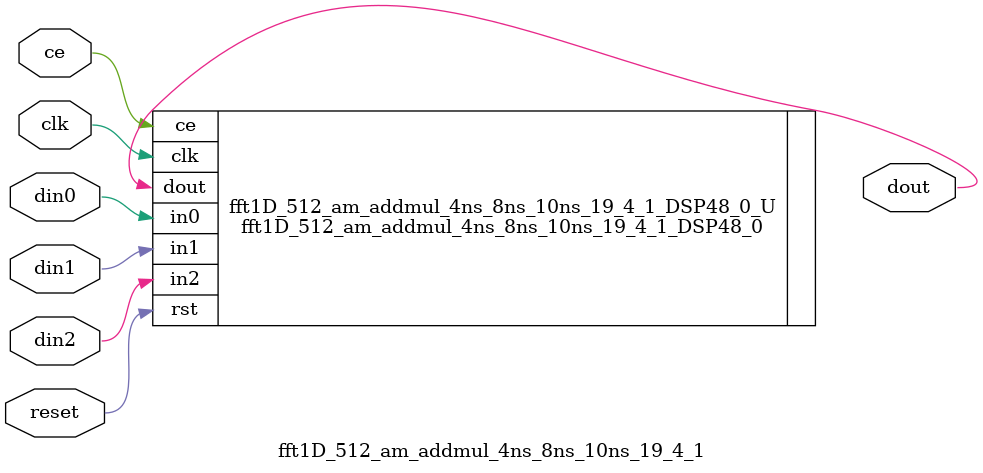
<source format=v>
module fft1D_512_am_addmul_4ns_8ns_10ns_19_4_1(clk,reset,ce,din0,din1,din2,dout); 
parameter ID = 32'd1;
parameter NUM_STAGE = 32'd1;
parameter din0_WIDTH = 32'd1;
parameter din1_WIDTH = 32'd1;
parameter din2_WIDTH = 32'd1;
parameter dout_WIDTH = 32'd1;
input clk;
input reset;
input ce;
input[din0_WIDTH - 1:0] din0;
input[din1_WIDTH - 1:0] din1;
input[din2_WIDTH - 1:0] din2;
output[dout_WIDTH - 1:0] dout;
fft1D_512_am_addmul_4ns_8ns_10ns_19_4_1_DSP48_0 fft1D_512_am_addmul_4ns_8ns_10ns_19_4_1_DSP48_0_U(.clk( clk ),.rst( reset ),.ce( ce ),.in0( din0 ),.in1( din1 ),.in2( din2 ),.dout( dout ));
endmodule
</source>
